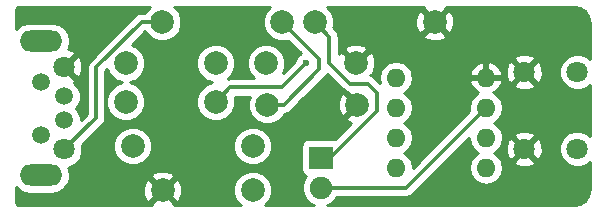
<source format=gbl>
G04 #@! TF.FileFunction,Copper,L2,Bot,Signal*
%FSLAX46Y46*%
G04 Gerber Fmt 4.6, Leading zero omitted, Abs format (unit mm)*
G04 Created by KiCad (PCBNEW 4.0.2-stable) date Tue 01 Mar 2016 12:52:29 PM EST*
%MOMM*%
G01*
G04 APERTURE LIST*
%ADD10C,0.100000*%
%ADD11C,1.800000*%
%ADD12C,1.500000*%
%ADD13O,3.600000X1.800000*%
%ADD14O,1.600000X1.600000*%
%ADD15C,1.998980*%
%ADD16R,2.000000X1.900000*%
%ADD17C,1.900000*%
%ADD18C,0.600000*%
%ADD19C,0.300000*%
%ADD20C,0.254000*%
G04 APERTURE END LIST*
D10*
D11*
X104800000Y-85300000D03*
X104800000Y-92300000D03*
D12*
X104800000Y-87800000D03*
X104800000Y-89800000D03*
D13*
X102800000Y-83100000D03*
X102800000Y-94500000D03*
D12*
X102800000Y-86550000D03*
X102800000Y-91050000D03*
D14*
X140500000Y-93840000D03*
X140500000Y-91300000D03*
X140500000Y-88760000D03*
X140500000Y-86220000D03*
X132880000Y-86220000D03*
X132880000Y-88760000D03*
X132880000Y-91300000D03*
X132880000Y-93840000D03*
D15*
X120750000Y-95750000D03*
X113130000Y-95750000D03*
X122000000Y-88500000D03*
X129620000Y-88500000D03*
X121880000Y-85000000D03*
X129500000Y-85000000D03*
D16*
X126500000Y-93000000D03*
D17*
X126500000Y-95540000D03*
D15*
X110590000Y-92000000D03*
X120750000Y-92000000D03*
X113090000Y-81500000D03*
X123250000Y-81500000D03*
X117620000Y-88250000D03*
X110000000Y-88250000D03*
X117620000Y-85000000D03*
X110000000Y-85000000D03*
X126000000Y-81500000D03*
X136160000Y-81500000D03*
D11*
X143750000Y-85750000D03*
X143750000Y-92250000D03*
X148250000Y-85750000D03*
X148250000Y-92250000D03*
D18*
X125249994Y-85000000D03*
D19*
X107500000Y-89600000D02*
X107500000Y-85354752D01*
X107500000Y-85354752D02*
X111354752Y-81500000D01*
X111354752Y-81500000D02*
X111676508Y-81500000D01*
X111676508Y-81500000D02*
X113090000Y-81500000D01*
X104800000Y-92300000D02*
X107500000Y-89600000D01*
X126399989Y-85513503D02*
X126399989Y-84649989D01*
X122000000Y-88500000D02*
X123413492Y-88500000D01*
X123413492Y-88500000D02*
X126399989Y-85513503D01*
X124249489Y-82499489D02*
X123250000Y-81500000D01*
X126399989Y-84649989D02*
X124249489Y-82499489D01*
X126500000Y-93000000D02*
X127265248Y-93000000D01*
X127265248Y-93000000D02*
X131250000Y-89015248D01*
X127250000Y-85000000D02*
X127250000Y-82750000D01*
X131250000Y-89015248D02*
X131250000Y-87500000D01*
X131250000Y-87500000D02*
X130500000Y-86750000D01*
X130500000Y-86750000D02*
X129000000Y-86750000D01*
X129000000Y-86750000D02*
X127250000Y-85000000D01*
X127250000Y-82750000D02*
X126000000Y-81500000D01*
X140500000Y-88790000D02*
X133750000Y-95540000D01*
X133750000Y-95540000D02*
X126500000Y-95540000D01*
X124949995Y-85299999D02*
X125249994Y-85000000D01*
X118819491Y-87050509D02*
X123199485Y-87050509D01*
X117620000Y-88250000D02*
X118819491Y-87050509D01*
X123199485Y-87050509D02*
X124949995Y-85299999D01*
D20*
G36*
X135187443Y-80347837D02*
X136160000Y-81320395D01*
X137132557Y-80347837D01*
X137081618Y-80210000D01*
X147930069Y-80210000D01*
X148488338Y-80321046D01*
X148902333Y-80597669D01*
X149178953Y-81011660D01*
X149290000Y-81569931D01*
X149290000Y-84619102D01*
X149120643Y-84449449D01*
X148556670Y-84215267D01*
X147946009Y-84214735D01*
X147381629Y-84447932D01*
X146949449Y-84879357D01*
X146715267Y-85443330D01*
X146714735Y-86053991D01*
X146947932Y-86618371D01*
X147379357Y-87050551D01*
X147943330Y-87284733D01*
X148553991Y-87285265D01*
X149118371Y-87052068D01*
X149290000Y-86880739D01*
X149290000Y-91119102D01*
X149120643Y-90949449D01*
X148556670Y-90715267D01*
X147946009Y-90714735D01*
X147381629Y-90947932D01*
X146949449Y-91379357D01*
X146715267Y-91943330D01*
X146714735Y-92553991D01*
X146947932Y-93118371D01*
X147379357Y-93550551D01*
X147943330Y-93784733D01*
X148553991Y-93785265D01*
X149118371Y-93552068D01*
X149290000Y-93380739D01*
X149290000Y-95680069D01*
X149178953Y-96238340D01*
X148902333Y-96652331D01*
X148488338Y-96928954D01*
X147930069Y-97040000D01*
X127020274Y-97040000D01*
X127396657Y-96884481D01*
X127842914Y-96439003D01*
X127890252Y-96325000D01*
X133750000Y-96325000D01*
X134050407Y-96265245D01*
X134305079Y-96095079D01*
X139047384Y-91352774D01*
X139146120Y-91849151D01*
X139457189Y-92314698D01*
X139839275Y-92570000D01*
X139457189Y-92825302D01*
X139146120Y-93290849D01*
X139036887Y-93840000D01*
X139146120Y-94389151D01*
X139457189Y-94854698D01*
X139922736Y-95165767D01*
X140471887Y-95275000D01*
X140528113Y-95275000D01*
X141077264Y-95165767D01*
X141542811Y-94854698D01*
X141853880Y-94389151D01*
X141963113Y-93840000D01*
X141861700Y-93330159D01*
X142849446Y-93330159D01*
X142935852Y-93586643D01*
X143509336Y-93796458D01*
X144119460Y-93770839D01*
X144564148Y-93586643D01*
X144650554Y-93330159D01*
X143750000Y-92429605D01*
X142849446Y-93330159D01*
X141861700Y-93330159D01*
X141853880Y-93290849D01*
X141542811Y-92825302D01*
X141160725Y-92570000D01*
X141542811Y-92314698D01*
X141746847Y-92009336D01*
X142203542Y-92009336D01*
X142229161Y-92619460D01*
X142413357Y-93064148D01*
X142669841Y-93150554D01*
X143570395Y-92250000D01*
X143929605Y-92250000D01*
X144830159Y-93150554D01*
X145086643Y-93064148D01*
X145296458Y-92490664D01*
X145270839Y-91880540D01*
X145086643Y-91435852D01*
X144830159Y-91349446D01*
X143929605Y-92250000D01*
X143570395Y-92250000D01*
X142669841Y-91349446D01*
X142413357Y-91435852D01*
X142203542Y-92009336D01*
X141746847Y-92009336D01*
X141853880Y-91849151D01*
X141963113Y-91300000D01*
X141937223Y-91169841D01*
X142849446Y-91169841D01*
X143750000Y-92070395D01*
X144650554Y-91169841D01*
X144564148Y-90913357D01*
X143990664Y-90703542D01*
X143380540Y-90729161D01*
X142935852Y-90913357D01*
X142849446Y-91169841D01*
X141937223Y-91169841D01*
X141853880Y-90750849D01*
X141542811Y-90285302D01*
X141160725Y-90030000D01*
X141542811Y-89774698D01*
X141853880Y-89309151D01*
X141963113Y-88760000D01*
X141853880Y-88210849D01*
X141542811Y-87745302D01*
X141138297Y-87475014D01*
X141355134Y-87372389D01*
X141731041Y-86957423D01*
X141783751Y-86830159D01*
X142849446Y-86830159D01*
X142935852Y-87086643D01*
X143509336Y-87296458D01*
X144119460Y-87270839D01*
X144564148Y-87086643D01*
X144650554Y-86830159D01*
X143750000Y-85929605D01*
X142849446Y-86830159D01*
X141783751Y-86830159D01*
X141891904Y-86569039D01*
X141769915Y-86347000D01*
X140627000Y-86347000D01*
X140627000Y-86367000D01*
X140373000Y-86367000D01*
X140373000Y-86347000D01*
X139230085Y-86347000D01*
X139108096Y-86569039D01*
X139268959Y-86957423D01*
X139644866Y-87372389D01*
X139861703Y-87475014D01*
X139457189Y-87745302D01*
X139146120Y-88210849D01*
X139036887Y-88760000D01*
X139100423Y-89079419D01*
X134342570Y-93837272D01*
X134233880Y-93290849D01*
X133922811Y-92825302D01*
X133540725Y-92570000D01*
X133922811Y-92314698D01*
X134233880Y-91849151D01*
X134343113Y-91300000D01*
X134233880Y-90750849D01*
X133922811Y-90285302D01*
X133540725Y-90030000D01*
X133922811Y-89774698D01*
X134233880Y-89309151D01*
X134343113Y-88760000D01*
X134233880Y-88210849D01*
X133922811Y-87745302D01*
X133540725Y-87490000D01*
X133922811Y-87234698D01*
X134233880Y-86769151D01*
X134343113Y-86220000D01*
X134273685Y-85870961D01*
X139108096Y-85870961D01*
X139230085Y-86093000D01*
X140373000Y-86093000D01*
X140373000Y-84949371D01*
X140627000Y-84949371D01*
X140627000Y-86093000D01*
X141769915Y-86093000D01*
X141891904Y-85870961D01*
X141742125Y-85509336D01*
X142203542Y-85509336D01*
X142229161Y-86119460D01*
X142413357Y-86564148D01*
X142669841Y-86650554D01*
X143570395Y-85750000D01*
X143929605Y-85750000D01*
X144830159Y-86650554D01*
X145086643Y-86564148D01*
X145296458Y-85990664D01*
X145270839Y-85380540D01*
X145086643Y-84935852D01*
X144830159Y-84849446D01*
X143929605Y-85750000D01*
X143570395Y-85750000D01*
X142669841Y-84849446D01*
X142413357Y-84935852D01*
X142203542Y-85509336D01*
X141742125Y-85509336D01*
X141731041Y-85482577D01*
X141355134Y-85067611D01*
X140849041Y-84828086D01*
X140627000Y-84949371D01*
X140373000Y-84949371D01*
X140150959Y-84828086D01*
X139644866Y-85067611D01*
X139268959Y-85482577D01*
X139108096Y-85870961D01*
X134273685Y-85870961D01*
X134233880Y-85670849D01*
X133922811Y-85205302D01*
X133457264Y-84894233D01*
X132908113Y-84785000D01*
X132851887Y-84785000D01*
X132302736Y-84894233D01*
X131837189Y-85205302D01*
X131526120Y-85670849D01*
X131416887Y-86220000D01*
X131500498Y-86640340D01*
X131055079Y-86194921D01*
X130800407Y-86024755D01*
X130680515Y-86000907D01*
X130652164Y-85972556D01*
X130918965Y-85873958D01*
X131145401Y-85264418D01*
X131123386Y-84669841D01*
X142849446Y-84669841D01*
X143750000Y-85570395D01*
X144650554Y-84669841D01*
X144564148Y-84413357D01*
X143990664Y-84203542D01*
X143380540Y-84229161D01*
X142935852Y-84413357D01*
X142849446Y-84669841D01*
X131123386Y-84669841D01*
X131121341Y-84614623D01*
X130918965Y-84126042D01*
X130652163Y-84027443D01*
X129679605Y-85000000D01*
X129693748Y-85014142D01*
X129514142Y-85193748D01*
X129500000Y-85179605D01*
X129485858Y-85193748D01*
X129306252Y-85014142D01*
X129320395Y-85000000D01*
X128347837Y-84027443D01*
X128081035Y-84126042D01*
X128035000Y-84249963D01*
X128035000Y-83847837D01*
X128527443Y-83847837D01*
X129500000Y-84820395D01*
X130472557Y-83847837D01*
X130373958Y-83581035D01*
X129764418Y-83354599D01*
X129114623Y-83378659D01*
X128626042Y-83581035D01*
X128527443Y-83847837D01*
X128035000Y-83847837D01*
X128035000Y-82750000D01*
X128015539Y-82652163D01*
X135187443Y-82652163D01*
X135286042Y-82918965D01*
X135895582Y-83145401D01*
X136545377Y-83121341D01*
X137033958Y-82918965D01*
X137132557Y-82652163D01*
X136160000Y-81679605D01*
X135187443Y-82652163D01*
X128015539Y-82652163D01*
X127975245Y-82449594D01*
X127975245Y-82449593D01*
X127805079Y-82194921D01*
X127576258Y-81966100D01*
X127634206Y-81826547D01*
X127634722Y-81235582D01*
X134514599Y-81235582D01*
X134538659Y-81885377D01*
X134741035Y-82373958D01*
X135007837Y-82472557D01*
X135980395Y-81500000D01*
X136339605Y-81500000D01*
X137312163Y-82472557D01*
X137578965Y-82373958D01*
X137805401Y-81764418D01*
X137781341Y-81114623D01*
X137578965Y-80626042D01*
X137312163Y-80527443D01*
X136339605Y-81500000D01*
X135980395Y-81500000D01*
X135007837Y-80527443D01*
X134741035Y-80626042D01*
X134514599Y-81235582D01*
X127634722Y-81235582D01*
X127634774Y-81176306D01*
X127386462Y-80575345D01*
X127021754Y-80210000D01*
X135238382Y-80210000D01*
X135187443Y-80347837D01*
X135187443Y-80347837D01*
G37*
X135187443Y-80347837D02*
X136160000Y-81320395D01*
X137132557Y-80347837D01*
X137081618Y-80210000D01*
X147930069Y-80210000D01*
X148488338Y-80321046D01*
X148902333Y-80597669D01*
X149178953Y-81011660D01*
X149290000Y-81569931D01*
X149290000Y-84619102D01*
X149120643Y-84449449D01*
X148556670Y-84215267D01*
X147946009Y-84214735D01*
X147381629Y-84447932D01*
X146949449Y-84879357D01*
X146715267Y-85443330D01*
X146714735Y-86053991D01*
X146947932Y-86618371D01*
X147379357Y-87050551D01*
X147943330Y-87284733D01*
X148553991Y-87285265D01*
X149118371Y-87052068D01*
X149290000Y-86880739D01*
X149290000Y-91119102D01*
X149120643Y-90949449D01*
X148556670Y-90715267D01*
X147946009Y-90714735D01*
X147381629Y-90947932D01*
X146949449Y-91379357D01*
X146715267Y-91943330D01*
X146714735Y-92553991D01*
X146947932Y-93118371D01*
X147379357Y-93550551D01*
X147943330Y-93784733D01*
X148553991Y-93785265D01*
X149118371Y-93552068D01*
X149290000Y-93380739D01*
X149290000Y-95680069D01*
X149178953Y-96238340D01*
X148902333Y-96652331D01*
X148488338Y-96928954D01*
X147930069Y-97040000D01*
X127020274Y-97040000D01*
X127396657Y-96884481D01*
X127842914Y-96439003D01*
X127890252Y-96325000D01*
X133750000Y-96325000D01*
X134050407Y-96265245D01*
X134305079Y-96095079D01*
X139047384Y-91352774D01*
X139146120Y-91849151D01*
X139457189Y-92314698D01*
X139839275Y-92570000D01*
X139457189Y-92825302D01*
X139146120Y-93290849D01*
X139036887Y-93840000D01*
X139146120Y-94389151D01*
X139457189Y-94854698D01*
X139922736Y-95165767D01*
X140471887Y-95275000D01*
X140528113Y-95275000D01*
X141077264Y-95165767D01*
X141542811Y-94854698D01*
X141853880Y-94389151D01*
X141963113Y-93840000D01*
X141861700Y-93330159D01*
X142849446Y-93330159D01*
X142935852Y-93586643D01*
X143509336Y-93796458D01*
X144119460Y-93770839D01*
X144564148Y-93586643D01*
X144650554Y-93330159D01*
X143750000Y-92429605D01*
X142849446Y-93330159D01*
X141861700Y-93330159D01*
X141853880Y-93290849D01*
X141542811Y-92825302D01*
X141160725Y-92570000D01*
X141542811Y-92314698D01*
X141746847Y-92009336D01*
X142203542Y-92009336D01*
X142229161Y-92619460D01*
X142413357Y-93064148D01*
X142669841Y-93150554D01*
X143570395Y-92250000D01*
X143929605Y-92250000D01*
X144830159Y-93150554D01*
X145086643Y-93064148D01*
X145296458Y-92490664D01*
X145270839Y-91880540D01*
X145086643Y-91435852D01*
X144830159Y-91349446D01*
X143929605Y-92250000D01*
X143570395Y-92250000D01*
X142669841Y-91349446D01*
X142413357Y-91435852D01*
X142203542Y-92009336D01*
X141746847Y-92009336D01*
X141853880Y-91849151D01*
X141963113Y-91300000D01*
X141937223Y-91169841D01*
X142849446Y-91169841D01*
X143750000Y-92070395D01*
X144650554Y-91169841D01*
X144564148Y-90913357D01*
X143990664Y-90703542D01*
X143380540Y-90729161D01*
X142935852Y-90913357D01*
X142849446Y-91169841D01*
X141937223Y-91169841D01*
X141853880Y-90750849D01*
X141542811Y-90285302D01*
X141160725Y-90030000D01*
X141542811Y-89774698D01*
X141853880Y-89309151D01*
X141963113Y-88760000D01*
X141853880Y-88210849D01*
X141542811Y-87745302D01*
X141138297Y-87475014D01*
X141355134Y-87372389D01*
X141731041Y-86957423D01*
X141783751Y-86830159D01*
X142849446Y-86830159D01*
X142935852Y-87086643D01*
X143509336Y-87296458D01*
X144119460Y-87270839D01*
X144564148Y-87086643D01*
X144650554Y-86830159D01*
X143750000Y-85929605D01*
X142849446Y-86830159D01*
X141783751Y-86830159D01*
X141891904Y-86569039D01*
X141769915Y-86347000D01*
X140627000Y-86347000D01*
X140627000Y-86367000D01*
X140373000Y-86367000D01*
X140373000Y-86347000D01*
X139230085Y-86347000D01*
X139108096Y-86569039D01*
X139268959Y-86957423D01*
X139644866Y-87372389D01*
X139861703Y-87475014D01*
X139457189Y-87745302D01*
X139146120Y-88210849D01*
X139036887Y-88760000D01*
X139100423Y-89079419D01*
X134342570Y-93837272D01*
X134233880Y-93290849D01*
X133922811Y-92825302D01*
X133540725Y-92570000D01*
X133922811Y-92314698D01*
X134233880Y-91849151D01*
X134343113Y-91300000D01*
X134233880Y-90750849D01*
X133922811Y-90285302D01*
X133540725Y-90030000D01*
X133922811Y-89774698D01*
X134233880Y-89309151D01*
X134343113Y-88760000D01*
X134233880Y-88210849D01*
X133922811Y-87745302D01*
X133540725Y-87490000D01*
X133922811Y-87234698D01*
X134233880Y-86769151D01*
X134343113Y-86220000D01*
X134273685Y-85870961D01*
X139108096Y-85870961D01*
X139230085Y-86093000D01*
X140373000Y-86093000D01*
X140373000Y-84949371D01*
X140627000Y-84949371D01*
X140627000Y-86093000D01*
X141769915Y-86093000D01*
X141891904Y-85870961D01*
X141742125Y-85509336D01*
X142203542Y-85509336D01*
X142229161Y-86119460D01*
X142413357Y-86564148D01*
X142669841Y-86650554D01*
X143570395Y-85750000D01*
X143929605Y-85750000D01*
X144830159Y-86650554D01*
X145086643Y-86564148D01*
X145296458Y-85990664D01*
X145270839Y-85380540D01*
X145086643Y-84935852D01*
X144830159Y-84849446D01*
X143929605Y-85750000D01*
X143570395Y-85750000D01*
X142669841Y-84849446D01*
X142413357Y-84935852D01*
X142203542Y-85509336D01*
X141742125Y-85509336D01*
X141731041Y-85482577D01*
X141355134Y-85067611D01*
X140849041Y-84828086D01*
X140627000Y-84949371D01*
X140373000Y-84949371D01*
X140150959Y-84828086D01*
X139644866Y-85067611D01*
X139268959Y-85482577D01*
X139108096Y-85870961D01*
X134273685Y-85870961D01*
X134233880Y-85670849D01*
X133922811Y-85205302D01*
X133457264Y-84894233D01*
X132908113Y-84785000D01*
X132851887Y-84785000D01*
X132302736Y-84894233D01*
X131837189Y-85205302D01*
X131526120Y-85670849D01*
X131416887Y-86220000D01*
X131500498Y-86640340D01*
X131055079Y-86194921D01*
X130800407Y-86024755D01*
X130680515Y-86000907D01*
X130652164Y-85972556D01*
X130918965Y-85873958D01*
X131145401Y-85264418D01*
X131123386Y-84669841D01*
X142849446Y-84669841D01*
X143750000Y-85570395D01*
X144650554Y-84669841D01*
X144564148Y-84413357D01*
X143990664Y-84203542D01*
X143380540Y-84229161D01*
X142935852Y-84413357D01*
X142849446Y-84669841D01*
X131123386Y-84669841D01*
X131121341Y-84614623D01*
X130918965Y-84126042D01*
X130652163Y-84027443D01*
X129679605Y-85000000D01*
X129693748Y-85014142D01*
X129514142Y-85193748D01*
X129500000Y-85179605D01*
X129485858Y-85193748D01*
X129306252Y-85014142D01*
X129320395Y-85000000D01*
X128347837Y-84027443D01*
X128081035Y-84126042D01*
X128035000Y-84249963D01*
X128035000Y-83847837D01*
X128527443Y-83847837D01*
X129500000Y-84820395D01*
X130472557Y-83847837D01*
X130373958Y-83581035D01*
X129764418Y-83354599D01*
X129114623Y-83378659D01*
X128626042Y-83581035D01*
X128527443Y-83847837D01*
X128035000Y-83847837D01*
X128035000Y-82750000D01*
X128015539Y-82652163D01*
X135187443Y-82652163D01*
X135286042Y-82918965D01*
X135895582Y-83145401D01*
X136545377Y-83121341D01*
X137033958Y-82918965D01*
X137132557Y-82652163D01*
X136160000Y-81679605D01*
X135187443Y-82652163D01*
X128015539Y-82652163D01*
X127975245Y-82449594D01*
X127975245Y-82449593D01*
X127805079Y-82194921D01*
X127576258Y-81966100D01*
X127634206Y-81826547D01*
X127634722Y-81235582D01*
X134514599Y-81235582D01*
X134538659Y-81885377D01*
X134741035Y-82373958D01*
X135007837Y-82472557D01*
X135980395Y-81500000D01*
X136339605Y-81500000D01*
X137312163Y-82472557D01*
X137578965Y-82373958D01*
X137805401Y-81764418D01*
X137781341Y-81114623D01*
X137578965Y-80626042D01*
X137312163Y-80527443D01*
X136339605Y-81500000D01*
X135980395Y-81500000D01*
X135007837Y-80527443D01*
X134741035Y-80626042D01*
X134514599Y-81235582D01*
X127634722Y-81235582D01*
X127634774Y-81176306D01*
X127386462Y-80575345D01*
X127021754Y-80210000D01*
X135238382Y-80210000D01*
X135187443Y-80347837D01*
G36*
X121865154Y-80572927D02*
X121615794Y-81173453D01*
X121615226Y-81823694D01*
X121863538Y-82424655D01*
X122322927Y-82884846D01*
X122923453Y-83134206D01*
X123573694Y-83134774D01*
X123715870Y-83076028D01*
X124809980Y-84170138D01*
X124721051Y-84206883D01*
X124457802Y-84469673D01*
X124315156Y-84813201D01*
X124315146Y-84824690D01*
X123301830Y-85838006D01*
X123514206Y-85326547D01*
X123514774Y-84676306D01*
X123266462Y-84075345D01*
X122807073Y-83615154D01*
X122206547Y-83365794D01*
X121556306Y-83365226D01*
X120955345Y-83613538D01*
X120495154Y-84072927D01*
X120245794Y-84673453D01*
X120245226Y-85323694D01*
X120493538Y-85924655D01*
X120833798Y-86265509D01*
X118819491Y-86265509D01*
X118627578Y-86303683D01*
X119004846Y-85927073D01*
X119254206Y-85326547D01*
X119254774Y-84676306D01*
X119006462Y-84075345D01*
X118547073Y-83615154D01*
X117946547Y-83365794D01*
X117296306Y-83365226D01*
X116695345Y-83613538D01*
X116235154Y-84072927D01*
X115985794Y-84673453D01*
X115985226Y-85323694D01*
X116233538Y-85924655D01*
X116692927Y-86384846D01*
X117271965Y-86625283D01*
X116695345Y-86863538D01*
X116235154Y-87322927D01*
X115985794Y-87923453D01*
X115985226Y-88573694D01*
X116233538Y-89174655D01*
X116692927Y-89634846D01*
X117293453Y-89884206D01*
X117943694Y-89884774D01*
X118544655Y-89636462D01*
X119004846Y-89177073D01*
X119254206Y-88576547D01*
X119254774Y-87926306D01*
X119217257Y-87835509D01*
X120506121Y-87835509D01*
X120365794Y-88173453D01*
X120365226Y-88823694D01*
X120613538Y-89424655D01*
X121072927Y-89884846D01*
X121673453Y-90134206D01*
X122323694Y-90134774D01*
X122924655Y-89886462D01*
X123384846Y-89427073D01*
X123446572Y-89278420D01*
X123713899Y-89225245D01*
X123968571Y-89055079D01*
X124788068Y-88235582D01*
X127974599Y-88235582D01*
X127998659Y-88885377D01*
X128201035Y-89373958D01*
X128467837Y-89472557D01*
X129440395Y-88500000D01*
X128467837Y-87527443D01*
X128201035Y-87626042D01*
X127974599Y-88235582D01*
X124788068Y-88235582D01*
X126955068Y-86068582D01*
X127056548Y-85916706D01*
X128444921Y-87305079D01*
X128699594Y-87475245D01*
X128793538Y-87493932D01*
X129620000Y-88320395D01*
X129634142Y-88306252D01*
X129813748Y-88485858D01*
X129799605Y-88500000D01*
X129813748Y-88514142D01*
X129634142Y-88693748D01*
X129620000Y-88679605D01*
X128647443Y-89652163D01*
X128746042Y-89918965D01*
X129103379Y-90051711D01*
X127710003Y-91445087D01*
X127500000Y-91402560D01*
X125500000Y-91402560D01*
X125264683Y-91446838D01*
X125048559Y-91585910D01*
X124903569Y-91798110D01*
X124852560Y-92050000D01*
X124852560Y-93950000D01*
X124896838Y-94185317D01*
X125035910Y-94401441D01*
X125248110Y-94546431D01*
X125251192Y-94547055D01*
X125157086Y-94640997D01*
X124915276Y-95223341D01*
X124914725Y-95853893D01*
X125155519Y-96436657D01*
X125600997Y-96882914D01*
X125979303Y-97040000D01*
X121771285Y-97040000D01*
X122134846Y-96677073D01*
X122384206Y-96076547D01*
X122384774Y-95426306D01*
X122136462Y-94825345D01*
X121677073Y-94365154D01*
X121076547Y-94115794D01*
X120426306Y-94115226D01*
X119825345Y-94363538D01*
X119365154Y-94822927D01*
X119115794Y-95423453D01*
X119115226Y-96073694D01*
X119363538Y-96674655D01*
X119728246Y-97040000D01*
X114051618Y-97040000D01*
X114102557Y-96902163D01*
X113130000Y-95929605D01*
X112157443Y-96902163D01*
X112208382Y-97040000D01*
X101069930Y-97040000D01*
X100894345Y-97005074D01*
X100804774Y-96945225D01*
X100744926Y-96855655D01*
X100710000Y-96680070D01*
X100710000Y-95500272D01*
X100766887Y-95585409D01*
X101264877Y-95918155D01*
X101852296Y-96035000D01*
X103747704Y-96035000D01*
X104335123Y-95918155D01*
X104833113Y-95585409D01*
X104899815Y-95485582D01*
X111484599Y-95485582D01*
X111508659Y-96135377D01*
X111711035Y-96623958D01*
X111977837Y-96722557D01*
X112950395Y-95750000D01*
X113309605Y-95750000D01*
X114282163Y-96722557D01*
X114548965Y-96623958D01*
X114775401Y-96014418D01*
X114751341Y-95364623D01*
X114548965Y-94876042D01*
X114282163Y-94777443D01*
X113309605Y-95750000D01*
X112950395Y-95750000D01*
X111977837Y-94777443D01*
X111711035Y-94876042D01*
X111484599Y-95485582D01*
X104899815Y-95485582D01*
X105165859Y-95087419D01*
X105263242Y-94597837D01*
X112157443Y-94597837D01*
X113130000Y-95570395D01*
X114102557Y-94597837D01*
X114003958Y-94331035D01*
X113394418Y-94104599D01*
X112744623Y-94128659D01*
X112256042Y-94331035D01*
X112157443Y-94597837D01*
X105263242Y-94597837D01*
X105282704Y-94500000D01*
X105165859Y-93912581D01*
X105111990Y-93831960D01*
X105668371Y-93602068D01*
X106100551Y-93170643D01*
X106334733Y-92606670D01*
X106334979Y-92323694D01*
X108955226Y-92323694D01*
X109203538Y-92924655D01*
X109662927Y-93384846D01*
X110263453Y-93634206D01*
X110913694Y-93634774D01*
X111514655Y-93386462D01*
X111974846Y-92927073D01*
X112224206Y-92326547D01*
X112224208Y-92323694D01*
X119115226Y-92323694D01*
X119363538Y-92924655D01*
X119822927Y-93384846D01*
X120423453Y-93634206D01*
X121073694Y-93634774D01*
X121674655Y-93386462D01*
X122134846Y-92927073D01*
X122384206Y-92326547D01*
X122384774Y-91676306D01*
X122136462Y-91075345D01*
X121677073Y-90615154D01*
X121076547Y-90365794D01*
X120426306Y-90365226D01*
X119825345Y-90613538D01*
X119365154Y-91072927D01*
X119115794Y-91673453D01*
X119115226Y-92323694D01*
X112224208Y-92323694D01*
X112224774Y-91676306D01*
X111976462Y-91075345D01*
X111517073Y-90615154D01*
X110916547Y-90365794D01*
X110266306Y-90365226D01*
X109665345Y-90613538D01*
X109205154Y-91072927D01*
X108955794Y-91673453D01*
X108955226Y-92323694D01*
X106334979Y-92323694D01*
X106335265Y-91996009D01*
X106299853Y-91910305D01*
X108055079Y-90155079D01*
X108225245Y-89900406D01*
X108285001Y-89600000D01*
X108285000Y-89599995D01*
X108285000Y-85679910D01*
X108445920Y-85518990D01*
X108613538Y-85924655D01*
X109072927Y-86384846D01*
X109651965Y-86625283D01*
X109075345Y-86863538D01*
X108615154Y-87322927D01*
X108365794Y-87923453D01*
X108365226Y-88573694D01*
X108613538Y-89174655D01*
X109072927Y-89634846D01*
X109673453Y-89884206D01*
X110323694Y-89884774D01*
X110924655Y-89636462D01*
X111384846Y-89177073D01*
X111634206Y-88576547D01*
X111634774Y-87926306D01*
X111386462Y-87325345D01*
X110927073Y-86865154D01*
X110348035Y-86624717D01*
X110924655Y-86386462D01*
X111384846Y-85927073D01*
X111634206Y-85326547D01*
X111634774Y-84676306D01*
X111386462Y-84075345D01*
X110927073Y-83615154D01*
X110519143Y-83445767D01*
X111655797Y-82309113D01*
X111703538Y-82424655D01*
X112162927Y-82884846D01*
X112763453Y-83134206D01*
X113413694Y-83134774D01*
X114014655Y-82886462D01*
X114474846Y-82427073D01*
X114724206Y-81826547D01*
X114724774Y-81176306D01*
X114476462Y-80575345D01*
X114111754Y-80210000D01*
X122228715Y-80210000D01*
X121865154Y-80572927D01*
X121865154Y-80572927D01*
G37*
X121865154Y-80572927D02*
X121615794Y-81173453D01*
X121615226Y-81823694D01*
X121863538Y-82424655D01*
X122322927Y-82884846D01*
X122923453Y-83134206D01*
X123573694Y-83134774D01*
X123715870Y-83076028D01*
X124809980Y-84170138D01*
X124721051Y-84206883D01*
X124457802Y-84469673D01*
X124315156Y-84813201D01*
X124315146Y-84824690D01*
X123301830Y-85838006D01*
X123514206Y-85326547D01*
X123514774Y-84676306D01*
X123266462Y-84075345D01*
X122807073Y-83615154D01*
X122206547Y-83365794D01*
X121556306Y-83365226D01*
X120955345Y-83613538D01*
X120495154Y-84072927D01*
X120245794Y-84673453D01*
X120245226Y-85323694D01*
X120493538Y-85924655D01*
X120833798Y-86265509D01*
X118819491Y-86265509D01*
X118627578Y-86303683D01*
X119004846Y-85927073D01*
X119254206Y-85326547D01*
X119254774Y-84676306D01*
X119006462Y-84075345D01*
X118547073Y-83615154D01*
X117946547Y-83365794D01*
X117296306Y-83365226D01*
X116695345Y-83613538D01*
X116235154Y-84072927D01*
X115985794Y-84673453D01*
X115985226Y-85323694D01*
X116233538Y-85924655D01*
X116692927Y-86384846D01*
X117271965Y-86625283D01*
X116695345Y-86863538D01*
X116235154Y-87322927D01*
X115985794Y-87923453D01*
X115985226Y-88573694D01*
X116233538Y-89174655D01*
X116692927Y-89634846D01*
X117293453Y-89884206D01*
X117943694Y-89884774D01*
X118544655Y-89636462D01*
X119004846Y-89177073D01*
X119254206Y-88576547D01*
X119254774Y-87926306D01*
X119217257Y-87835509D01*
X120506121Y-87835509D01*
X120365794Y-88173453D01*
X120365226Y-88823694D01*
X120613538Y-89424655D01*
X121072927Y-89884846D01*
X121673453Y-90134206D01*
X122323694Y-90134774D01*
X122924655Y-89886462D01*
X123384846Y-89427073D01*
X123446572Y-89278420D01*
X123713899Y-89225245D01*
X123968571Y-89055079D01*
X124788068Y-88235582D01*
X127974599Y-88235582D01*
X127998659Y-88885377D01*
X128201035Y-89373958D01*
X128467837Y-89472557D01*
X129440395Y-88500000D01*
X128467837Y-87527443D01*
X128201035Y-87626042D01*
X127974599Y-88235582D01*
X124788068Y-88235582D01*
X126955068Y-86068582D01*
X127056548Y-85916706D01*
X128444921Y-87305079D01*
X128699594Y-87475245D01*
X128793538Y-87493932D01*
X129620000Y-88320395D01*
X129634142Y-88306252D01*
X129813748Y-88485858D01*
X129799605Y-88500000D01*
X129813748Y-88514142D01*
X129634142Y-88693748D01*
X129620000Y-88679605D01*
X128647443Y-89652163D01*
X128746042Y-89918965D01*
X129103379Y-90051711D01*
X127710003Y-91445087D01*
X127500000Y-91402560D01*
X125500000Y-91402560D01*
X125264683Y-91446838D01*
X125048559Y-91585910D01*
X124903569Y-91798110D01*
X124852560Y-92050000D01*
X124852560Y-93950000D01*
X124896838Y-94185317D01*
X125035910Y-94401441D01*
X125248110Y-94546431D01*
X125251192Y-94547055D01*
X125157086Y-94640997D01*
X124915276Y-95223341D01*
X124914725Y-95853893D01*
X125155519Y-96436657D01*
X125600997Y-96882914D01*
X125979303Y-97040000D01*
X121771285Y-97040000D01*
X122134846Y-96677073D01*
X122384206Y-96076547D01*
X122384774Y-95426306D01*
X122136462Y-94825345D01*
X121677073Y-94365154D01*
X121076547Y-94115794D01*
X120426306Y-94115226D01*
X119825345Y-94363538D01*
X119365154Y-94822927D01*
X119115794Y-95423453D01*
X119115226Y-96073694D01*
X119363538Y-96674655D01*
X119728246Y-97040000D01*
X114051618Y-97040000D01*
X114102557Y-96902163D01*
X113130000Y-95929605D01*
X112157443Y-96902163D01*
X112208382Y-97040000D01*
X101069930Y-97040000D01*
X100894345Y-97005074D01*
X100804774Y-96945225D01*
X100744926Y-96855655D01*
X100710000Y-96680070D01*
X100710000Y-95500272D01*
X100766887Y-95585409D01*
X101264877Y-95918155D01*
X101852296Y-96035000D01*
X103747704Y-96035000D01*
X104335123Y-95918155D01*
X104833113Y-95585409D01*
X104899815Y-95485582D01*
X111484599Y-95485582D01*
X111508659Y-96135377D01*
X111711035Y-96623958D01*
X111977837Y-96722557D01*
X112950395Y-95750000D01*
X113309605Y-95750000D01*
X114282163Y-96722557D01*
X114548965Y-96623958D01*
X114775401Y-96014418D01*
X114751341Y-95364623D01*
X114548965Y-94876042D01*
X114282163Y-94777443D01*
X113309605Y-95750000D01*
X112950395Y-95750000D01*
X111977837Y-94777443D01*
X111711035Y-94876042D01*
X111484599Y-95485582D01*
X104899815Y-95485582D01*
X105165859Y-95087419D01*
X105263242Y-94597837D01*
X112157443Y-94597837D01*
X113130000Y-95570395D01*
X114102557Y-94597837D01*
X114003958Y-94331035D01*
X113394418Y-94104599D01*
X112744623Y-94128659D01*
X112256042Y-94331035D01*
X112157443Y-94597837D01*
X105263242Y-94597837D01*
X105282704Y-94500000D01*
X105165859Y-93912581D01*
X105111990Y-93831960D01*
X105668371Y-93602068D01*
X106100551Y-93170643D01*
X106334733Y-92606670D01*
X106334979Y-92323694D01*
X108955226Y-92323694D01*
X109203538Y-92924655D01*
X109662927Y-93384846D01*
X110263453Y-93634206D01*
X110913694Y-93634774D01*
X111514655Y-93386462D01*
X111974846Y-92927073D01*
X112224206Y-92326547D01*
X112224208Y-92323694D01*
X119115226Y-92323694D01*
X119363538Y-92924655D01*
X119822927Y-93384846D01*
X120423453Y-93634206D01*
X121073694Y-93634774D01*
X121674655Y-93386462D01*
X122134846Y-92927073D01*
X122384206Y-92326547D01*
X122384774Y-91676306D01*
X122136462Y-91075345D01*
X121677073Y-90615154D01*
X121076547Y-90365794D01*
X120426306Y-90365226D01*
X119825345Y-90613538D01*
X119365154Y-91072927D01*
X119115794Y-91673453D01*
X119115226Y-92323694D01*
X112224208Y-92323694D01*
X112224774Y-91676306D01*
X111976462Y-91075345D01*
X111517073Y-90615154D01*
X110916547Y-90365794D01*
X110266306Y-90365226D01*
X109665345Y-90613538D01*
X109205154Y-91072927D01*
X108955794Y-91673453D01*
X108955226Y-92323694D01*
X106334979Y-92323694D01*
X106335265Y-91996009D01*
X106299853Y-91910305D01*
X108055079Y-90155079D01*
X108225245Y-89900406D01*
X108285001Y-89600000D01*
X108285000Y-89599995D01*
X108285000Y-85679910D01*
X108445920Y-85518990D01*
X108613538Y-85924655D01*
X109072927Y-86384846D01*
X109651965Y-86625283D01*
X109075345Y-86863538D01*
X108615154Y-87322927D01*
X108365794Y-87923453D01*
X108365226Y-88573694D01*
X108613538Y-89174655D01*
X109072927Y-89634846D01*
X109673453Y-89884206D01*
X110323694Y-89884774D01*
X110924655Y-89636462D01*
X111384846Y-89177073D01*
X111634206Y-88576547D01*
X111634774Y-87926306D01*
X111386462Y-87325345D01*
X110927073Y-86865154D01*
X110348035Y-86624717D01*
X110924655Y-86386462D01*
X111384846Y-85927073D01*
X111634206Y-85326547D01*
X111634774Y-84676306D01*
X111386462Y-84075345D01*
X110927073Y-83615154D01*
X110519143Y-83445767D01*
X111655797Y-82309113D01*
X111703538Y-82424655D01*
X112162927Y-82884846D01*
X112763453Y-83134206D01*
X113413694Y-83134774D01*
X114014655Y-82886462D01*
X114474846Y-82427073D01*
X114724206Y-81826547D01*
X114724774Y-81176306D01*
X114476462Y-80575345D01*
X114111754Y-80210000D01*
X122228715Y-80210000D01*
X121865154Y-80572927D01*
G36*
X111705154Y-80572927D02*
X111646160Y-80715000D01*
X111354757Y-80715000D01*
X111354752Y-80714999D01*
X111054346Y-80774755D01*
X110799673Y-80944921D01*
X106944921Y-84799673D01*
X106774755Y-85054345D01*
X106774755Y-85054346D01*
X106715000Y-85354752D01*
X106715000Y-89274842D01*
X106184996Y-89804846D01*
X106185240Y-89525715D01*
X105974831Y-89016485D01*
X105758687Y-88799964D01*
X105973461Y-88585564D01*
X106184759Y-88076702D01*
X106185240Y-87525715D01*
X105974831Y-87016485D01*
X105601062Y-86642064D01*
X105614148Y-86636643D01*
X105700554Y-86380159D01*
X104800000Y-85479605D01*
X104785858Y-85493748D01*
X104606253Y-85314143D01*
X104620395Y-85300000D01*
X104979605Y-85300000D01*
X105880159Y-86200554D01*
X106136643Y-86114148D01*
X106346458Y-85540664D01*
X106320839Y-84930540D01*
X106136643Y-84485852D01*
X105880159Y-84399446D01*
X104979605Y-85300000D01*
X104620395Y-85300000D01*
X104606253Y-85285858D01*
X104785858Y-85106253D01*
X104800000Y-85120395D01*
X105700554Y-84219841D01*
X105614148Y-83963357D01*
X105105763Y-83777359D01*
X105165859Y-83687419D01*
X105282704Y-83100000D01*
X105165859Y-82512581D01*
X104833113Y-82014591D01*
X104335123Y-81681845D01*
X103747704Y-81565000D01*
X101852296Y-81565000D01*
X101264877Y-81681845D01*
X100766887Y-82014591D01*
X100710000Y-82099728D01*
X100710000Y-80569930D01*
X100744926Y-80394345D01*
X100804774Y-80304775D01*
X100894345Y-80244926D01*
X101069930Y-80210000D01*
X112068715Y-80210000D01*
X111705154Y-80572927D01*
X111705154Y-80572927D01*
G37*
X111705154Y-80572927D02*
X111646160Y-80715000D01*
X111354757Y-80715000D01*
X111354752Y-80714999D01*
X111054346Y-80774755D01*
X110799673Y-80944921D01*
X106944921Y-84799673D01*
X106774755Y-85054345D01*
X106774755Y-85054346D01*
X106715000Y-85354752D01*
X106715000Y-89274842D01*
X106184996Y-89804846D01*
X106185240Y-89525715D01*
X105974831Y-89016485D01*
X105758687Y-88799964D01*
X105973461Y-88585564D01*
X106184759Y-88076702D01*
X106185240Y-87525715D01*
X105974831Y-87016485D01*
X105601062Y-86642064D01*
X105614148Y-86636643D01*
X105700554Y-86380159D01*
X104800000Y-85479605D01*
X104785858Y-85493748D01*
X104606253Y-85314143D01*
X104620395Y-85300000D01*
X104979605Y-85300000D01*
X105880159Y-86200554D01*
X106136643Y-86114148D01*
X106346458Y-85540664D01*
X106320839Y-84930540D01*
X106136643Y-84485852D01*
X105880159Y-84399446D01*
X104979605Y-85300000D01*
X104620395Y-85300000D01*
X104606253Y-85285858D01*
X104785858Y-85106253D01*
X104800000Y-85120395D01*
X105700554Y-84219841D01*
X105614148Y-83963357D01*
X105105763Y-83777359D01*
X105165859Y-83687419D01*
X105282704Y-83100000D01*
X105165859Y-82512581D01*
X104833113Y-82014591D01*
X104335123Y-81681845D01*
X103747704Y-81565000D01*
X101852296Y-81565000D01*
X101264877Y-81681845D01*
X100766887Y-82014591D01*
X100710000Y-82099728D01*
X100710000Y-80569930D01*
X100744926Y-80394345D01*
X100804774Y-80304775D01*
X100894345Y-80244926D01*
X101069930Y-80210000D01*
X112068715Y-80210000D01*
X111705154Y-80572927D01*
M02*

</source>
